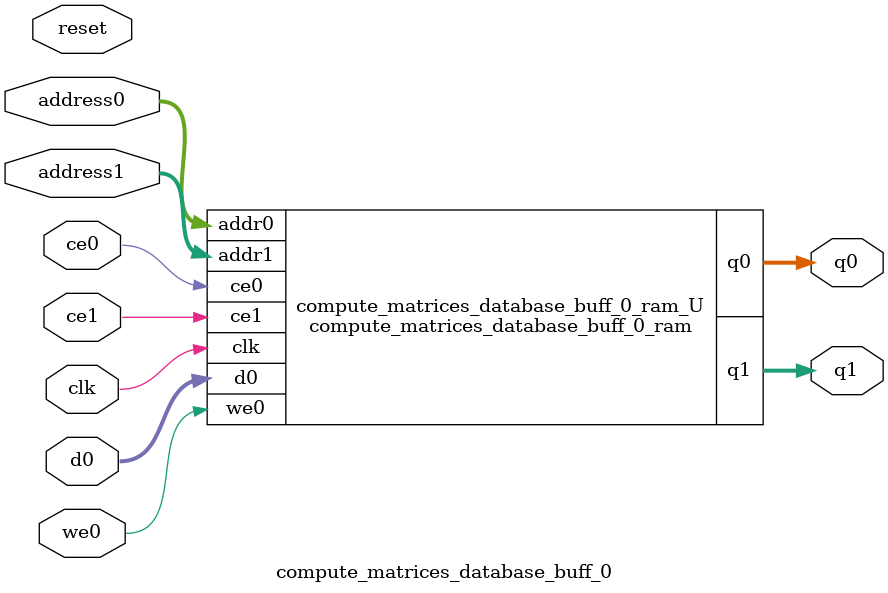
<source format=v>
`timescale 1 ns / 1 ps
module compute_matrices_database_buff_0_ram (addr0, ce0, d0, we0, q0, addr1, ce1, q1,  clk);

parameter DWIDTH = 8;
parameter AWIDTH = 13;
parameter MEM_SIZE = 4100;

input[AWIDTH-1:0] addr0;
input ce0;
input[DWIDTH-1:0] d0;
input we0;
output reg[DWIDTH-1:0] q0;
input[AWIDTH-1:0] addr1;
input ce1;
output reg[DWIDTH-1:0] q1;
input clk;

(* ram_style = "block" *)reg [DWIDTH-1:0] ram0[0:MEM_SIZE-1];



always @(posedge clk)  
begin 
    if (ce0) begin
        if (we0) 
            ram0[addr0] <= d0; 
        q0 <= ram0[addr0];
    end
end


always @(posedge clk)  
begin 
    if (ce1) begin
        q1 <= ram0[addr1];
    end
end


endmodule

`timescale 1 ns / 1 ps
module compute_matrices_database_buff_0(
    reset,
    clk,
    address0,
    ce0,
    we0,
    d0,
    q0,
    address1,
    ce1,
    q1);

parameter DataWidth = 32'd8;
parameter AddressRange = 32'd4100;
parameter AddressWidth = 32'd13;
input reset;
input clk;
input[AddressWidth - 1:0] address0;
input ce0;
input we0;
input[DataWidth - 1:0] d0;
output[DataWidth - 1:0] q0;
input[AddressWidth - 1:0] address1;
input ce1;
output[DataWidth - 1:0] q1;



compute_matrices_database_buff_0_ram compute_matrices_database_buff_0_ram_U(
    .clk( clk ),
    .addr0( address0 ),
    .ce0( ce0 ),
    .we0( we0 ),
    .d0( d0 ),
    .q0( q0 ),
    .addr1( address1 ),
    .ce1( ce1 ),
    .q1( q1 ));

endmodule


</source>
